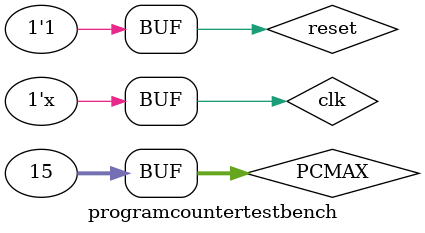
<source format=v>
module programcountertestbench();

reg clk=0;
reg reset=1;
reg [31:0] PCMAX=15;
wire [31:0] pc;

programcounter uut (
    clk, reset, PCMAX, pc
);

always begin
    #1; clk = !clk;
end

initial begin
    #40;
    reset = 0; #5;
    reset = 1; #5;
end

endmodule

</source>
